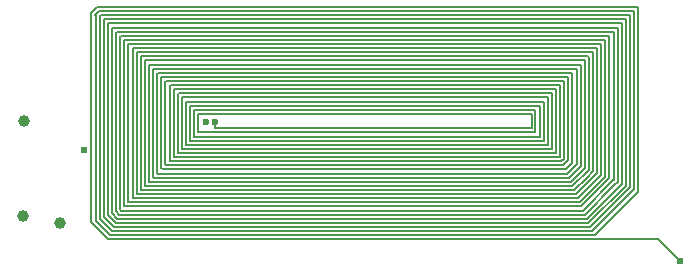
<source format=gtl>
G04 Layer: TopLayer*
G04 EasyEDA Pro v2.1.51.8c9149c1.e57db4, 2024-04-09 19:57:42*
G04 Gerber Generator version 0.3*
G04 Scale: 100 percent, Rotated: No, Reflected: No*
G04 Dimensions in millimeters*
G04 Leading zeros omitted, absolute positions, 3 integers and 5 decimals*
%FSLAX35Y35*%
%MOMM*%
%ADD10C,1.0*%
%ADD11C,0.6096*%
%ADD12C,0.6*%
%ADD13C,0.18288*%
%ADD14C,0.18161*%
G75*


G04 Via Start*
G54D10*
G01X203200Y-2425700D03*
G01X508000Y-3289300D03*
G01X190500Y-3225800D03*
G54D11*
G01X5753100Y-3606800D03*
G54D12*
G01X1821956Y-2432397D03*
G01X1746870Y-2432988D03*
G54D11*
G01X709478Y-2665537D03*
G04 Via End*

G04 Track Start*
G54D13*
G01X4738959Y-2728041D02*
G01X1476372Y-2728041D01*
G01X4846239Y-2971450D02*
G01X1226718Y-2971450D01*
G54D14*
G01X1678073Y-2519227D02*
G01X1678073Y-2361802D01*
G01X4767787Y-2797637D02*
G01X1407021Y-2797637D01*
G54D13*
G01X4753334Y-2762746D02*
G01X1442362Y-2762746D01*
G01X4788622Y-2832352D02*
G01X1381195Y-2832352D01*
G01X4817450Y-2901948D02*
G01X1302712Y-2901948D01*
G01X4803036Y-2867150D02*
G01X1333590Y-2867150D01*
G54D14*
G01X917770Y-3424571D02*
G01X773469Y-3280270D01*
G54D13*
G01X4921853Y-3145620D02*
G01X1054130Y-3145620D01*
G54D14*
G01X1194197Y-3006342D02*
G01X4860691Y-3006342D01*
G54D13*
G01X4831864Y-2936746D02*
G01X1264312Y-2936746D01*
G01X4907440Y-3110822D02*
G01X1089149Y-3110822D01*
G01X1054130Y-3145620D02*
G01X1051378Y-3142867D01*
G01X1025917Y-3180324D02*
G01X4936228Y-3180324D01*
G01X1124223Y-3076024D02*
G01X4893026Y-3076024D01*
G01X1124223Y-3076024D02*
G01X1121520Y-3073321D01*
G01X4878612Y-3041226D02*
G01X1156101Y-3041226D01*
G01X1155824D01*
G01X1025917Y-3180324D02*
G01X1016899Y-3171306D01*
G54D14*
G01X773469Y-3280270D02*
G01X773469Y-3272807D01*
G54D13*
G01X808178Y-3265161D02*
G01X808178Y-1521866D01*
G01X932045Y-3389029D02*
G01X808178Y-3265161D01*
G01X948396Y-3354324D02*
G01X842976Y-3248903D01*
G01X5011180Y-3354324D02*
G01X948396Y-3354324D01*
G54D14*
G01X4952832Y-3215216D02*
G01X1009529Y-3215216D01*
G01X982194Y-3187880D01*
G01Y-3185976D01*
G54D13*
G01X963667Y-3319526D02*
G01X877800Y-3233659D01*
G01X4996039Y-3319526D02*
G01X963667Y-3319526D01*
G01X4981626Y-3284728D02*
G01X979243Y-3284728D01*
G01X912598Y-3218083D01*
G01X993955Y-3249930D02*
G01X947396Y-3203371D01*
G01X4967212Y-3249930D02*
G01X993955Y-3249930D01*
G54D14*
G01X1194197Y-3006342D02*
G01X1190838Y-3002982D01*
G54D13*
G01X1226718Y-2971450D02*
G01X1225814Y-2970546D01*
G01X1264312Y-2936746D02*
G01X1260596Y-2933030D01*
G01X1302712Y-2901948D02*
G01X1295604Y-2894840D01*
G01X1365331Y-2812094D02*
G01X1364974Y-2811737D01*
G01X1330176Y-2864604D02*
G01X1330902Y-2865329D01*
G01X1608477Y-2585017D02*
G01X1608477Y-2292771D01*
G01X1504083Y-2687772D02*
G01X1504083Y-2201005D01*
G01X1399772Y-2789738D02*
G01X1399772Y-2090060D01*
G01X1434477Y-2752160D02*
G01X1434477Y-2128264D01*
G01X1381195Y-2832352D02*
G01X1364698Y-2815855D01*
G54D14*
G01X1407021Y-2797637D02*
G01X1401804Y-2792420D01*
G54D13*
G01X1399772Y-2789738D02*
G01X1400936Y-2790901D01*
G01X1442362Y-2762746D02*
G01X1434594Y-2754977D01*
G01X1643181Y-2329240D02*
G01X1643181Y-2552435D01*
G54D14*
G01X1469368Y-2722388D02*
G01X1473089Y-2726109D01*
G01X1469368Y-2722388D02*
G01X1469368Y-2157168D01*
G54D13*
G01X1505710Y-2693243D02*
G01X1504186Y-2691719D01*
G01X1538881Y-2656687D02*
G01X1540641Y-2658447D01*
G01X1573679Y-2622819D02*
G01X1574507Y-2623647D01*
G01X1644423Y-2554025D02*
G01X1643296Y-2552898D01*
G01X807595Y-1522359D02*
G01X838046Y-1491907D01*
G01X947396Y-3203371D02*
G01X947396Y-1637660D01*
G01X1016899Y-3171306D02*
G01X1016899Y-1710504D01*
G01X1822062Y-2484374D02*
G01X4499735Y-2484374D01*
G01X1821956Y-2432397D02*
G01X1821956Y-2484268D01*
G54D14*
G01X5755228Y-3606152D02*
G01X5573647Y-3424571D01*
G01X917770D01*
G54D13*
G01X5367503Y-2997025D02*
G01X5366759Y-2997769D01*
G01X5366515Y-2998990D02*
G01X5011180Y-3354324D01*
G01X5366515Y-2998339D02*
G01X5366515Y-2998990D01*
G01X877800Y-3233659D02*
G01X877800Y-1564307D01*
G01X880577Y-1561530D01*
G01X842976Y-1535167D02*
G01X851437Y-1526705D01*
G01X842976Y-3248903D02*
G01X842976Y-1535167D01*
G01X822834Y-1457109D02*
G01X773380Y-1506563D01*
G01Y-3271793D01*
G01X912598Y-3218083D02*
G01X912598Y-1596705D01*
G01X982194Y-1672878D02*
G01X982194Y-3185976D01*
G01X947396Y-1637660D02*
G01X953931Y-1631126D01*
G01X982194Y-1672878D02*
G01X989149Y-1665924D01*
G01X1016899Y-1710504D02*
G01X1024646Y-1702756D01*
G01X1089149Y-3110822D02*
G01X1086367Y-3108040D01*
G01X1121303Y-3071801D02*
G01X1121954Y-3072453D01*
G01X1051378Y-3142867D02*
G01X1051378Y-3108691D01*
G01X1156101Y-1839830D02*
G01X1156101Y-3041226D01*
G54D14*
G01X1051378Y-3108691D02*
G01X1051378Y-1735520D01*
G54D13*
G01X1086505Y-1770234D02*
G01X1086505Y-3108040D01*
G01X1121303Y-1805032D02*
G01X1121303Y-3071801D01*
G01X1190899Y-2998871D02*
G01X1190899Y-1874628D01*
G01X1225603Y-1909332D02*
G01X1225603Y-2966767D01*
G01X1295378Y-1979108D02*
G01X1295378Y-2891389D01*
G01X1330176Y-2022463D02*
G01X1330176Y-2864604D01*
G01X1330176Y-2022463D02*
G01X1338733Y-2013906D01*
G01X1364974Y-2811737D02*
G01X1364974Y-2048704D01*
G01X1399772Y-2090060D02*
G01X1406330Y-2083502D01*
G54D14*
G01X1469368Y-2157168D02*
G01X1473439Y-2153098D01*
G54D13*
G01X1434477Y-2128264D02*
G01X1444535Y-2118207D01*
G01X1504083Y-2201005D02*
G01X1517275Y-2187812D01*
G01X1539763Y-2222610D02*
G01X1538881Y-2223493D01*
G01X1538881Y-2656687D02*
G01X1538881Y-2223493D01*
G01X1573679Y-2622819D02*
G01X1573679Y-2257408D01*
G01X1608477Y-2292771D02*
G01X1609041Y-2292206D01*
G01X1643181Y-2329240D02*
G01X1645510Y-2326911D01*
G01X1678073Y-2519227D02*
G01X4532499Y-2519227D01*
G01X5298001Y-1562557D02*
G01X5298001Y-2969176D01*
G01X5402395Y-1457109D02*
G01X822834Y-1457109D01*
G01X5367503Y-1491907D02*
G01X5367503Y-2997025D01*
G01X838046Y-1491907D02*
G01X5367503Y-1491907D01*
G01X851437Y-1526705D02*
G01X5332799Y-1526705D01*
G01Y-2982695D01*
G01X880577Y-1561530D02*
G01X5296974Y-1561530D01*
G01X5298001Y-1562557D01*
G01X912635Y-1596328D02*
G01X5263203Y-1596328D01*
G01X5225899Y-1631126D02*
G01X5228405Y-1633631D01*
G01X5186630Y-1665924D02*
G01X5193690Y-1672983D01*
G01X5158799Y-1706083D02*
G01X5153344Y-1700628D01*
G01X5019700Y-1769889D02*
G01X5019700Y-1770234D01*
G01X5019700Y-1839830D02*
G01X1156101Y-1839830D01*
G01X1086505Y-1770234D02*
G01X5019700Y-1770234D01*
G01X5078334Y-1770234D02*
G01X5089296Y-1781196D01*
G01X953931Y-1631126D02*
G01X5225899Y-1631126D01*
G01X989149Y-1665924D02*
G01X5186630Y-1665924D01*
G01X5153344Y-1700628D02*
G01X1026859Y-1700628D01*
G54D14*
G01X5124094Y-1735520D02*
G01X1051378Y-1735520D01*
G54D13*
G01X5019700Y-1770234D02*
G01X5078334Y-1770234D01*
G01X1121303Y-1805032D02*
G01X5054498Y-1805032D01*
G54D14*
G01X4984816Y-1885814D02*
G01X4973630Y-1874628D01*
G54D13*
G01X1190899Y-1874628D01*
G01X1338733Y-2013906D02*
G01X4845624Y-2013906D01*
G54D14*
G01X1260495Y-1947631D02*
G01X1260495Y-2930239D01*
G01X1263901Y-1944224D02*
G01X1260495Y-1947631D01*
G01X4915220Y-1944224D02*
G01X1263901Y-1944224D01*
G54D13*
G01X1295378Y-1979108D02*
G01X4880422Y-1979108D01*
G01X4949925Y-1916939D02*
G01X4942318Y-1909332D01*
G01X1225603D01*
G54D14*
G01X4706516Y-2153098D02*
G01X1473439Y-2153098D01*
G54D13*
G01X1364974Y-2048704D02*
G01X4810191Y-2048704D01*
G01X4810826Y-2049340D01*
G01X4776112Y-2086621D02*
G01X4772993Y-2083502D01*
G01X1406330D01*
G01X4776112Y-2104197D02*
G01X4776112Y-2086621D01*
G01X4741220Y-2122089D02*
G01X4737338Y-2118207D01*
G01X1444535D01*
G01X4532499Y-2326911D02*
G01X1645510Y-2326911D01*
G01X4532499Y-2519227D02*
G01X4532499Y-2326911D01*
G01X4602122Y-2259598D02*
G01X4599932Y-2257408D01*
G01X1573679D01*
G01X4602122Y-2588654D02*
G01X4602122Y-2259598D01*
G01X4636920Y-2222610D02*
G01X1539763Y-2222610D01*
G54D14*
G01X1678073Y-2361802D02*
G01X4497408Y-2361802D01*
G01X4499735Y-2364130D01*
G01Y-2484374D01*
G54D13*
G01X5054498Y-2865179D02*
G01X5054498Y-1805032D01*
G01X5019700Y-2847246D02*
G01X5019700Y-1839830D01*
G54D14*
G01X4984816Y-2832796D02*
G01X4984816Y-1885814D01*
G54D13*
G01X4949925Y-1916939D02*
G01X4949925Y-2818344D01*
G01X4845624Y-2775141D02*
G01X4845624Y-2013906D01*
G01X5228405Y-1633631D02*
G01X5228405Y-2939535D01*
G01X5295426Y-2970927D02*
G01X4981626Y-3284728D01*
G01X5320032Y-2995533D02*
G01X4996039Y-3319526D01*
G01X5332799Y-2982695D02*
G01X5320557Y-2994937D01*
G01X5298001Y-2969176D02*
G01X5297122Y-2970055D01*
G01X5228459Y-2939589D02*
G01X5200181Y-2967867D01*
G01X5263203Y-1596328D02*
G01X5263203Y-2953939D01*
G54D14*
G01X4952832Y-3215216D02*
G01X5200181Y-2967867D01*
G54D13*
G01X5263198Y-2953944D02*
G01X4967212Y-3249930D01*
G54D14*
G01X5402395Y-1457109D02*
G01X5402395Y-3023149D01*
G54D13*
G01X5402395Y-3023342D02*
G01X5036708Y-3389029D01*
G01X5158799Y-2859462D02*
G01X5159476Y-2858785D01*
G01X5158799Y-2908674D02*
G01X5158799Y-2859462D01*
G01Y-1706083D01*
G54D14*
G01X5193690Y-2923194D02*
G01X5193690Y-2922862D01*
G01Y-1672983D01*
G54D13*
G01X5089197Y-2879853D02*
G01X4893026Y-3076024D01*
G01X5123995Y-2894266D02*
G01X4907440Y-3110822D01*
G01X5158765Y-2908707D02*
G01X4921853Y-3145620D01*
G01X4936228Y-3180324D02*
G01X5193525Y-2923028D01*
G01X5124094Y-2894167D02*
G01X5124094Y-1735520D01*
G01X5054578Y-2865259D02*
G01X4878612Y-3041226D01*
G01X5089296Y-2879753D02*
G01X5089296Y-1781196D01*
G54D14*
G01X4860691Y-3006342D02*
G01X4965689Y-2901344D01*
G54D13*
G01X4845729Y-2775245D02*
G01X4788622Y-2832352D01*
G01X4880527Y-2789659D02*
G01X4803036Y-2867150D01*
G01X4915325Y-2804073D02*
G01X4817450Y-2901948D01*
G01X4950095Y-2818514D02*
G01X4831864Y-2936746D01*
G01X5019744Y-2847289D02*
G01X4965689Y-2901344D01*
G01X4846239Y-2971450D02*
G01X4984854Y-2832835D01*
G01X4915220Y-1944224D02*
G01X4915220Y-2803969D01*
G01X4880422Y-1979108D02*
G01X4880422Y-2789555D01*
G01X4810772Y-2754652D02*
G01X4778400Y-2787024D01*
G01X4671718Y-2658445D02*
G01X1544111Y-2658445D01*
G01X4671718Y-2658445D02*
G01X4671718Y-2187812D01*
G01X4738959Y-2728041D02*
G01X4741174Y-2725827D01*
G54D14*
G01X4776112Y-2104197D02*
G01X4776112Y-2739968D01*
G01Y-2740326D01*
G54D13*
G01X4810826Y-2049340D02*
G01X4810826Y-2754598D01*
G54D14*
G01X4767787Y-2797637D02*
G01X4778400Y-2787024D01*
G54D13*
G01X4753334Y-2762746D02*
G01X4775933Y-2740147D01*
G01X4741220Y-2725780D02*
G01X4741220Y-2122089D01*
G01X4706516Y-2693243D02*
G01X4706516Y-2153098D01*
G01X1505710Y-2693243D02*
G01X4706516Y-2693243D01*
G01X4636920Y-2623647D02*
G01X4636920Y-2222610D01*
G01X4636920Y-2623647D02*
G01X1574507Y-2623647D01*
G01X4601954Y-2588823D02*
G01X1609698Y-2588823D01*
G01X4567297Y-2554025D02*
G01X1644423Y-2554025D01*
G01X4567297Y-2292206D02*
G01X1609041Y-2292206D01*
G01X4567297Y-2554025D02*
G01X4567297Y-2292206D01*
G01X932045Y-3389029D02*
G01X5036708Y-3389029D01*
G01X1517275Y-2187812D02*
G01X4671718Y-2187812D01*
G04 Track End*

M02*

</source>
